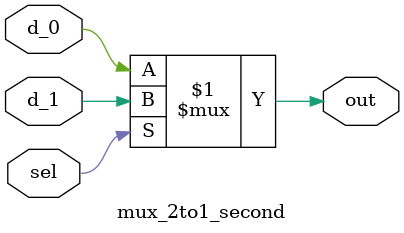
<source format=sv>
module mux_2to1_second(
	d_0,
	d_1,
	sel,
	out
	);
	
	input d_0, d_1, sel;
	output out;
	wire out;
	
	assign out = (sel)? d_1 : d_0;
	
endmodule
</source>
